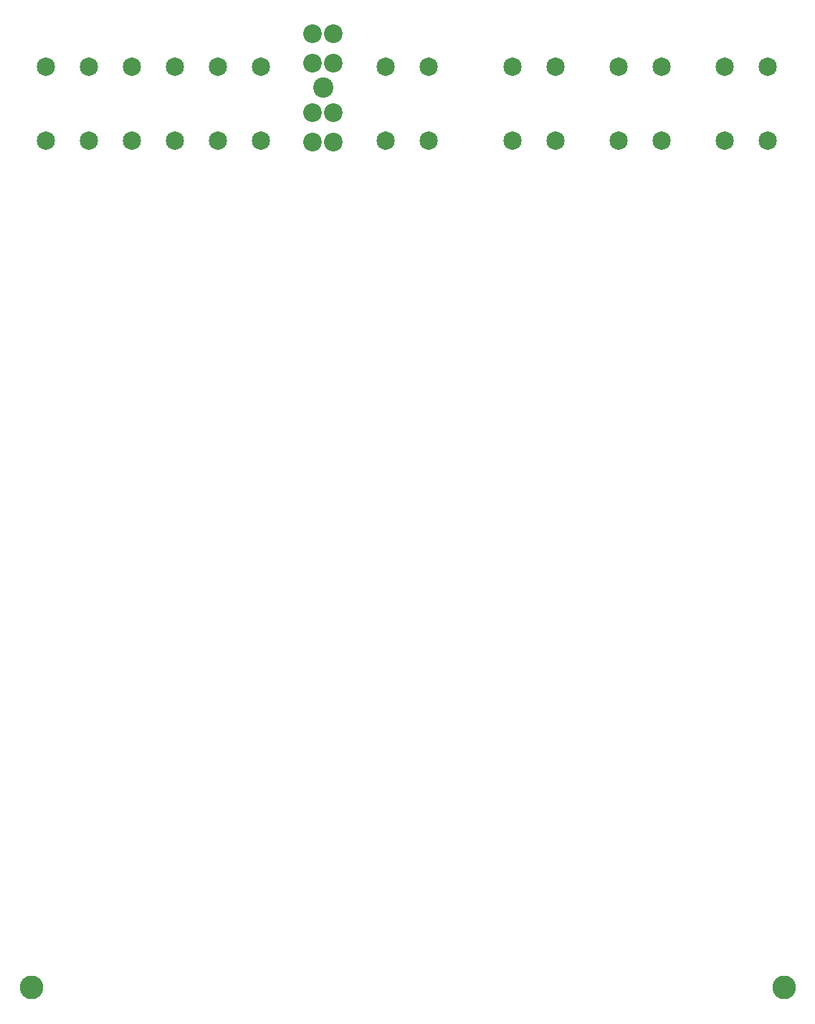
<source format=gbr>
%TF.GenerationSoftware,KiCad,Pcbnew,8.0.2*%
%TF.CreationDate,2025-02-22T15:35:03+01:00*%
%TF.ProjectId,enclosure,656e636c-6f73-4757-9265-2e6b69636164,1.0.0*%
%TF.SameCoordinates,Original*%
%TF.FileFunction,Soldermask,Bot*%
%TF.FilePolarity,Negative*%
%FSLAX46Y46*%
G04 Gerber Fmt 4.6, Leading zero omitted, Abs format (unit mm)*
G04 Created by KiCad (PCBNEW 8.0.2) date 2025-02-22 15:35:03*
%MOMM*%
%LPD*%
G01*
G04 APERTURE LIST*
%ADD10C,2.162000*%
%ADD11C,2.800000*%
%ADD12C,2.400000*%
%ADD13C,2.200000*%
G04 APERTURE END LIST*
D10*
%TO.C,J101*%
X182660000Y-61200000D03*
X182660000Y-52500000D03*
X177580000Y-61200000D03*
X177580000Y-52500000D03*
X172500000Y-61200000D03*
X172500000Y-52500000D03*
X167420000Y-61200000D03*
X167420000Y-52500000D03*
X162340000Y-61200000D03*
X162340000Y-52500000D03*
X157260000Y-61200000D03*
X157260000Y-52500000D03*
%TD*%
D11*
%TO.C,REF\u002A\u002A*%
X155550000Y-161180000D03*
%TD*%
D12*
%TO.C,F1002*%
X190000000Y-55000000D03*
D13*
X188750000Y-61400000D03*
X191250000Y-61400000D03*
X188750000Y-57900000D03*
X191250000Y-57900000D03*
X188750000Y-52100000D03*
X191250000Y-52100000D03*
X188750000Y-48600000D03*
X191250000Y-48600000D03*
%TD*%
D10*
%TO.C,J104*%
X242560000Y-61200000D03*
X242560000Y-52500000D03*
X237480000Y-61200000D03*
X237480000Y-52500000D03*
%TD*%
D11*
%TO.C,REF\u002A\u002A*%
X244450000Y-161180000D03*
%TD*%
D10*
%TO.C,J103*%
X230000000Y-61200000D03*
X230000000Y-52500000D03*
X224920000Y-61200000D03*
X224920000Y-52500000D03*
%TD*%
%TO.C,J105*%
X217500000Y-61200000D03*
X217500000Y-52500000D03*
X212420000Y-61200000D03*
X212420000Y-52500000D03*
%TD*%
%TO.C,J102*%
X202500000Y-61200000D03*
X202500000Y-52500000D03*
X197420000Y-61200000D03*
X197420000Y-52500000D03*
%TD*%
M02*

</source>
